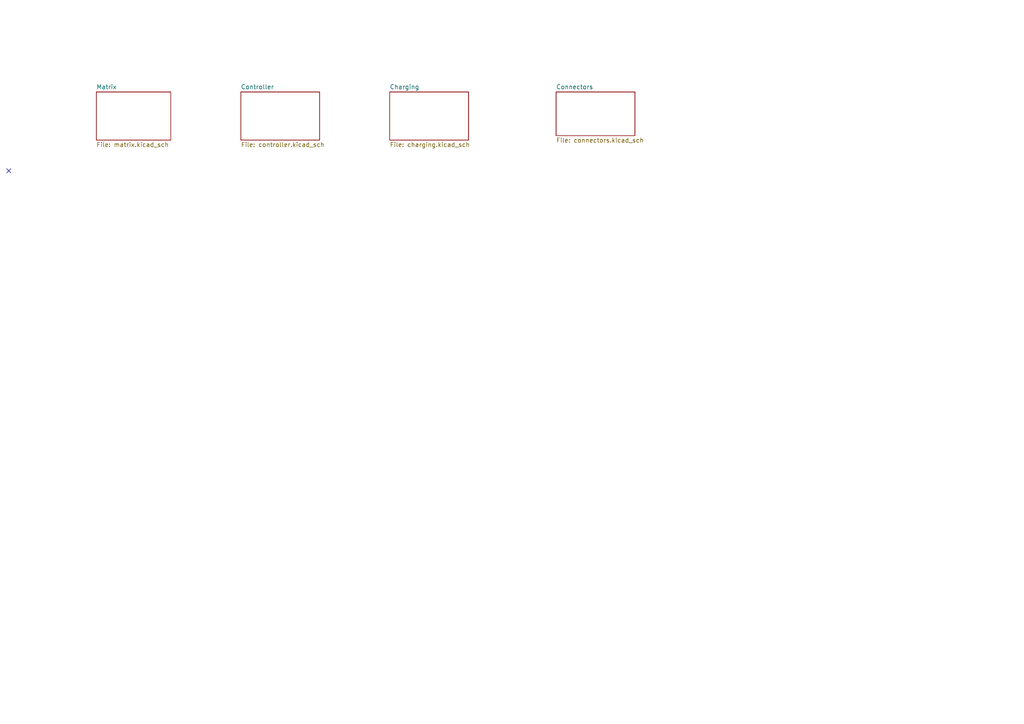
<source format=kicad_sch>
(kicad_sch (version 20230121) (generator eeschema)
  (paper "A4")
  (title_block (title "Keyboard") (date "2024-02-08") (rev "0"))
  (lib_symbols)
  (no_connect (at 2.54 49.53))
  (sheet (at 161.29 26.67) (size 22.86 12.7) (stroke (width 0.1524))
    (property "Sheetname" "Connectors" (at 161.29 25.9584 0) (effects (justify left bottom)))
    (property "Sheetfile" "connectors.kicad_sch" (at 161.29 39.9546 0) (effects (justify left top)))
  )
  (sheet (at 69.85 26.67) (size 22.86 13.97) (stroke (width 0.1524))
    (property "Sheetname" "Controller" (at 69.85 25.9584 0) (effects (justify left bottom)))
    (property "Sheetfile" "controller.kicad_sch" (at 69.85 41.2246 0) (effects (justify left top)))
  )
  (sheet (at 113.03 26.67) (size 22.86 13.97) (stroke (width 0.1524))
    (property "Sheetname" "Charging" (at 113.03 25.9584 0) (effects (justify left bottom)))
    (property "Sheetfile" "charging.kicad_sch" (at 113.03 41.2246 0) (effects (justify left top)))
  )
  (sheet (at 27.94 26.67) (size 21.59 13.97) (stroke (width 0.1524))
    (property "Sheetname" "Matrix" (at 27.94 25.9584 0) (effects (justify left bottom)))
    (property "Sheetfile" "matrix.kicad_sch" (at 27.94 41.2246 0) (effects (justify left top)))
  )
)
</source>
